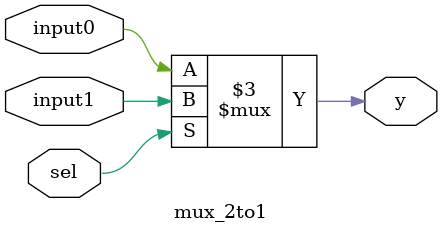
<source format=sv>
module mux_2to1 (
    input logic sel,        // Selector input
    input logic input0,     // Data input 0
    input logic input1,     // Data input 1
    output logic y          // Output
);

    initial begin
        if (sel) begin
            y = input1;     // If sel is 1, choose input1
        end else begin
            y = input0;     // If sel is 0, choose input0
        end
    end
endmodule

</source>
